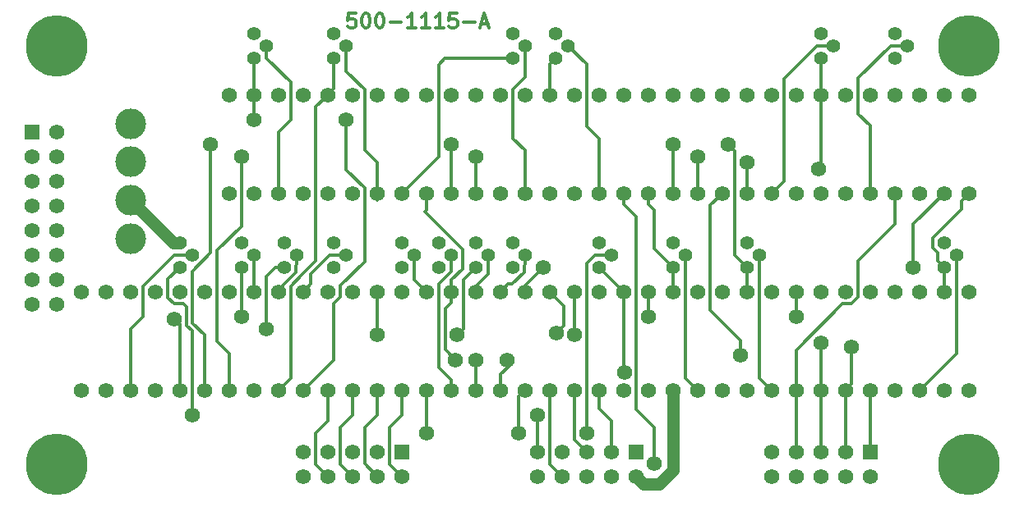
<source format=gbr>
G04 #@! TF.FileFunction,Copper,L1,Top,Signal*
%FSLAX46Y46*%
G04 Gerber Fmt 4.6, Leading zero omitted, Abs format (unit mm)*
G04 Created by KiCad (PCBNEW 4.0.5) date 02/09/17 20:21:43*
%MOMM*%
%LPD*%
G01*
G04 APERTURE LIST*
%ADD10C,0.100000*%
%ADD11C,0.300000*%
%ADD12C,1.574800*%
%ADD13R,1.574800X1.574800*%
%ADD14C,1.397000*%
%ADD15C,3.175000*%
%ADD16C,6.350000*%
%ADD17C,0.304800*%
%ADD18C,1.270000*%
G04 APERTURE END LIST*
D10*
D11*
X93012431Y-99521271D02*
X92298145Y-99521271D01*
X92226716Y-100235557D01*
X92298145Y-100164129D01*
X92441002Y-100092700D01*
X92798145Y-100092700D01*
X92941002Y-100164129D01*
X93012431Y-100235557D01*
X93083859Y-100378414D01*
X93083859Y-100735557D01*
X93012431Y-100878414D01*
X92941002Y-100949843D01*
X92798145Y-101021271D01*
X92441002Y-101021271D01*
X92298145Y-100949843D01*
X92226716Y-100878414D01*
X94012430Y-99521271D02*
X94155287Y-99521271D01*
X94298144Y-99592700D01*
X94369573Y-99664129D01*
X94441002Y-99806986D01*
X94512430Y-100092700D01*
X94512430Y-100449843D01*
X94441002Y-100735557D01*
X94369573Y-100878414D01*
X94298144Y-100949843D01*
X94155287Y-101021271D01*
X94012430Y-101021271D01*
X93869573Y-100949843D01*
X93798144Y-100878414D01*
X93726716Y-100735557D01*
X93655287Y-100449843D01*
X93655287Y-100092700D01*
X93726716Y-99806986D01*
X93798144Y-99664129D01*
X93869573Y-99592700D01*
X94012430Y-99521271D01*
X95441001Y-99521271D02*
X95583858Y-99521271D01*
X95726715Y-99592700D01*
X95798144Y-99664129D01*
X95869573Y-99806986D01*
X95941001Y-100092700D01*
X95941001Y-100449843D01*
X95869573Y-100735557D01*
X95798144Y-100878414D01*
X95726715Y-100949843D01*
X95583858Y-101021271D01*
X95441001Y-101021271D01*
X95298144Y-100949843D01*
X95226715Y-100878414D01*
X95155287Y-100735557D01*
X95083858Y-100449843D01*
X95083858Y-100092700D01*
X95155287Y-99806986D01*
X95226715Y-99664129D01*
X95298144Y-99592700D01*
X95441001Y-99521271D01*
X96583858Y-100449843D02*
X97726715Y-100449843D01*
X99226715Y-101021271D02*
X98369572Y-101021271D01*
X98798144Y-101021271D02*
X98798144Y-99521271D01*
X98655287Y-99735557D01*
X98512429Y-99878414D01*
X98369572Y-99949843D01*
X100655286Y-101021271D02*
X99798143Y-101021271D01*
X100226715Y-101021271D02*
X100226715Y-99521271D01*
X100083858Y-99735557D01*
X99941000Y-99878414D01*
X99798143Y-99949843D01*
X102083857Y-101021271D02*
X101226714Y-101021271D01*
X101655286Y-101021271D02*
X101655286Y-99521271D01*
X101512429Y-99735557D01*
X101369571Y-99878414D01*
X101226714Y-99949843D01*
X103441000Y-99521271D02*
X102726714Y-99521271D01*
X102655285Y-100235557D01*
X102726714Y-100164129D01*
X102869571Y-100092700D01*
X103226714Y-100092700D01*
X103369571Y-100164129D01*
X103441000Y-100235557D01*
X103512428Y-100378414D01*
X103512428Y-100735557D01*
X103441000Y-100878414D01*
X103369571Y-100949843D01*
X103226714Y-101021271D01*
X102869571Y-101021271D01*
X102726714Y-100949843D01*
X102655285Y-100878414D01*
X104155285Y-100449843D02*
X105298142Y-100449843D01*
X105940999Y-100592700D02*
X106655285Y-100592700D01*
X105798142Y-101021271D02*
X106298142Y-99521271D01*
X106798142Y-101021271D01*
D12*
X138430000Y-138430000D03*
X138430000Y-128270000D03*
X140970000Y-138430000D03*
X140970000Y-128270000D03*
X146050000Y-138430000D03*
X146050000Y-128270000D03*
X143510000Y-138430000D03*
X143510000Y-128270000D03*
X110490000Y-138430000D03*
X110490000Y-128270000D03*
X128270000Y-138430000D03*
X128270000Y-128270000D03*
X151130000Y-138430000D03*
X151130000Y-128270000D03*
X135890000Y-138430000D03*
X135890000Y-128270000D03*
X128270000Y-118110000D03*
X128270000Y-107950000D03*
X125730000Y-118110000D03*
X125730000Y-107950000D03*
X123190000Y-118110000D03*
X123190000Y-107950000D03*
X120650000Y-118110000D03*
X120650000Y-107950000D03*
X156210000Y-118110000D03*
X156210000Y-107950000D03*
X153670000Y-118110000D03*
X153670000Y-107950000D03*
X151130000Y-118110000D03*
X151130000Y-107950000D03*
X148590000Y-118110000D03*
X148590000Y-107950000D03*
X118110000Y-118110000D03*
X118110000Y-107950000D03*
X146050000Y-118110000D03*
X146050000Y-107950000D03*
X110490000Y-118110000D03*
X110490000Y-107950000D03*
X135890000Y-118110000D03*
X135890000Y-107950000D03*
X105410000Y-118110000D03*
X105410000Y-107950000D03*
X102870000Y-118110000D03*
X102870000Y-107950000D03*
X100330000Y-118110000D03*
X100330000Y-107950000D03*
X133350000Y-118110000D03*
X133350000Y-107950000D03*
X130810000Y-118110000D03*
X130810000Y-107950000D03*
X80010000Y-138430000D03*
X80010000Y-128270000D03*
X77470000Y-138430000D03*
X77470000Y-128270000D03*
X74930000Y-138430000D03*
X74930000Y-128270000D03*
X72390000Y-138430000D03*
X72390000Y-128270000D03*
X69850000Y-138430000D03*
X69850000Y-128270000D03*
X97790000Y-118110000D03*
X97790000Y-107950000D03*
X87630000Y-118110000D03*
X87630000Y-107950000D03*
X95250000Y-118110000D03*
X95250000Y-107950000D03*
X85090000Y-118110000D03*
X85090000Y-107950000D03*
D13*
X146050000Y-144780000D03*
D12*
X146050000Y-147320000D03*
X143510000Y-144780000D03*
X143510000Y-147320000D03*
X140970000Y-144780000D03*
X140970000Y-147320000D03*
X138430000Y-144780000D03*
X138430000Y-147320000D03*
X135890000Y-144780000D03*
X135890000Y-147320000D03*
D13*
X97790000Y-144780000D03*
D12*
X97790000Y-147320000D03*
X95250000Y-144780000D03*
X95250000Y-147320000D03*
X92710000Y-144780000D03*
X92710000Y-147320000D03*
X90170000Y-144780000D03*
X90170000Y-147320000D03*
X87630000Y-144780000D03*
X87630000Y-147320000D03*
D13*
X121920000Y-144780000D03*
D12*
X121920000Y-147320000D03*
X119380000Y-144780000D03*
X119380000Y-147320000D03*
X116840000Y-144780000D03*
X116840000Y-147320000D03*
X114300000Y-144780000D03*
X114300000Y-147320000D03*
X111760000Y-144780000D03*
X111760000Y-147320000D03*
D14*
X118110000Y-123190000D03*
X119380000Y-124460000D03*
X118110000Y-125730000D03*
X125730000Y-123190000D03*
X127000000Y-124460000D03*
X125730000Y-125730000D03*
X153670000Y-123190000D03*
X154940000Y-124460000D03*
X153670000Y-125730000D03*
X133350000Y-123190000D03*
X134620000Y-124460000D03*
X133350000Y-125730000D03*
X113665000Y-101600000D03*
X114935000Y-102870000D03*
X113665000Y-104140000D03*
X148590000Y-101600000D03*
X149860000Y-102870000D03*
X148590000Y-104140000D03*
X109220000Y-101600000D03*
X110490000Y-102870000D03*
X109220000Y-104140000D03*
X140970000Y-101600000D03*
X142240000Y-102870000D03*
X140970000Y-104140000D03*
X74930000Y-123190000D03*
X76200000Y-124460000D03*
X74930000Y-125730000D03*
X90805000Y-101600000D03*
X92075000Y-102870000D03*
X90805000Y-104140000D03*
X82550000Y-101600000D03*
X83820000Y-102870000D03*
X82550000Y-104140000D03*
X97790000Y-123190000D03*
X99060000Y-124460000D03*
X97790000Y-125730000D03*
X101600000Y-123190000D03*
X102870000Y-124460000D03*
X101600000Y-125730000D03*
X105410000Y-123190000D03*
X106680000Y-124460000D03*
X105410000Y-125730000D03*
X109220000Y-123190000D03*
X110490000Y-124460000D03*
X109220000Y-125730000D03*
X90805000Y-123190000D03*
X92075000Y-124460000D03*
X90805000Y-125730000D03*
X85725000Y-123190000D03*
X86995000Y-124460000D03*
X85725000Y-125730000D03*
X81280000Y-123190000D03*
X82550000Y-124460000D03*
X81280000Y-125730000D03*
D12*
X123190000Y-138430000D03*
X123190000Y-128270000D03*
X130810000Y-138430000D03*
X130810000Y-128270000D03*
X148590000Y-138430000D03*
X148590000Y-128270000D03*
X156210000Y-138430000D03*
X156210000Y-128270000D03*
X120650000Y-138430000D03*
X120650000Y-128270000D03*
X125730000Y-138430000D03*
X125730000Y-128270000D03*
X153670000Y-138430000D03*
X153670000Y-128270000D03*
X133350000Y-138430000D03*
X133350000Y-128270000D03*
X115570000Y-118110000D03*
X115570000Y-107950000D03*
X143510000Y-118110000D03*
X143510000Y-107950000D03*
X113030000Y-118110000D03*
X113030000Y-107950000D03*
X140970000Y-118110000D03*
X140970000Y-107950000D03*
X107950000Y-118110000D03*
X107950000Y-107950000D03*
X138430000Y-118110000D03*
X138430000Y-107950000D03*
X67310000Y-138430000D03*
X67310000Y-128270000D03*
X92710000Y-118110000D03*
X92710000Y-107950000D03*
X80010000Y-118110000D03*
X80010000Y-107950000D03*
X64770000Y-138430000D03*
X64770000Y-128270000D03*
X90170000Y-118110000D03*
X90170000Y-107950000D03*
X82550000Y-118110000D03*
X82550000Y-107950000D03*
X100330000Y-138430000D03*
X100330000Y-128270000D03*
X102870000Y-128270000D03*
X102870000Y-138430000D03*
X105410000Y-138430000D03*
X105410000Y-128270000D03*
X107950000Y-138430000D03*
X107950000Y-128270000D03*
X90170000Y-128270000D03*
X90170000Y-138430000D03*
X92710000Y-128270000D03*
X92710000Y-138430000D03*
X95250000Y-128270000D03*
X95250000Y-138430000D03*
X97790000Y-128270000D03*
X97790000Y-138430000D03*
X87630000Y-138430000D03*
X87630000Y-128270000D03*
X85090000Y-138430000D03*
X85090000Y-128270000D03*
X82550000Y-138430000D03*
X82550000Y-128270000D03*
X118110000Y-128270000D03*
X118110000Y-138430000D03*
X115570000Y-128270000D03*
X115570000Y-138430000D03*
X113030000Y-128270000D03*
X113030000Y-138430000D03*
D15*
X69850000Y-122783600D03*
X69850000Y-118821200D03*
X69850000Y-114858800D03*
X69850000Y-110896400D03*
D13*
X59690000Y-111760000D03*
D12*
X62230000Y-111760000D03*
X59690000Y-114300000D03*
X62230000Y-114300000D03*
X59690000Y-116840000D03*
X62230000Y-116840000D03*
X59690000Y-119380000D03*
X62230000Y-119380000D03*
X59690000Y-121920000D03*
X62230000Y-121920000D03*
X59690000Y-124460000D03*
X62230000Y-124460000D03*
X59690000Y-127000000D03*
X62230000Y-127000000D03*
X59690000Y-129540000D03*
X62230000Y-129540000D03*
D16*
X156210000Y-146050000D03*
X156210000Y-102870000D03*
X62230000Y-146050000D03*
X62230000Y-102870000D03*
D12*
X123825000Y-146024601D03*
X100330000Y-142875000D03*
X112395000Y-125730000D03*
X123190000Y-130810000D03*
X138430000Y-130810000D03*
X140970000Y-133578569D03*
X103291421Y-135280390D03*
X108658245Y-135280390D03*
X132715000Y-134823179D03*
X105450877Y-135280390D03*
X144145000Y-133985000D03*
X109855000Y-142875000D03*
X116840000Y-142875000D03*
X133350000Y-114935000D03*
X128270000Y-114300000D03*
X81280000Y-114300000D03*
X105410000Y-114300000D03*
X131445000Y-113030000D03*
X150495000Y-125730000D03*
X125730000Y-113030000D03*
X78105000Y-113030000D03*
X102870000Y-113030000D03*
X74371178Y-131059199D03*
X120700797Y-136551075D03*
X140692650Y-115620785D03*
X82550000Y-110490000D03*
X92075000Y-110490000D03*
X76200000Y-140970000D03*
X111760000Y-140970000D03*
X95250000Y-132715000D03*
X103505000Y-132715000D03*
X115570000Y-132715000D03*
X83820000Y-132080000D03*
X113701307Y-132512760D03*
X81280000Y-130810000D03*
D17*
X121945399Y-140360399D02*
X123825000Y-142240000D01*
X123825000Y-142240000D02*
X123825000Y-146024601D01*
X121945399Y-120518950D02*
X121945399Y-140360399D01*
X120650000Y-118110000D02*
X120650000Y-119223551D01*
X120650000Y-119223551D02*
X121945399Y-120518950D01*
X100330000Y-142875000D02*
X100330000Y-138430000D01*
X138430000Y-138430000D02*
X138430000Y-134276570D01*
X138430000Y-134276570D02*
X143191969Y-129514601D01*
X143191969Y-129514601D02*
X144107409Y-129514601D01*
X144107409Y-129514601D02*
X144805399Y-128816611D01*
X144805399Y-128816611D02*
X144805399Y-125069601D01*
X144805399Y-125069601D02*
X148590000Y-121285000D01*
X148590000Y-121285000D02*
X148590000Y-118110000D01*
X138430000Y-144780000D02*
X138430000Y-138430000D01*
X112395000Y-125730000D02*
X110490000Y-127635000D01*
X110490000Y-127635000D02*
X110490000Y-128270000D01*
X123190000Y-130810000D02*
X123190000Y-128270000D01*
X138430000Y-128270000D02*
X138430000Y-130810000D01*
X102870000Y-129383551D02*
X102260398Y-129993153D01*
X102504022Y-134492991D02*
X103291421Y-135280390D01*
X102260398Y-134249367D02*
X102504022Y-134492991D01*
X102870000Y-128270000D02*
X102870000Y-129383551D01*
X102260398Y-129993153D02*
X102260398Y-134249367D01*
X140970000Y-138430000D02*
X140970000Y-133578569D01*
X100135438Y-120015000D02*
X100330000Y-119820438D01*
X100330000Y-119820438D02*
X100330000Y-118110000D01*
X102870000Y-127032558D02*
X104025701Y-125876857D01*
X104025701Y-123905263D02*
X100135438Y-120015000D01*
X102870000Y-128270000D02*
X102870000Y-127032558D01*
X104025701Y-125876857D02*
X104025701Y-123905263D01*
X140970000Y-144780000D02*
X140970000Y-138430000D01*
X107950000Y-138430000D02*
X107950000Y-136771383D01*
X108761962Y-135959421D02*
X108658245Y-135855704D01*
X108658245Y-135855704D02*
X108658245Y-135280390D01*
X107950000Y-136771383D02*
X108761962Y-135959421D01*
X146050000Y-144780000D02*
X146050000Y-138430000D01*
X129565399Y-130149601D02*
X132715000Y-133299202D01*
X132715000Y-133299202D02*
X132715000Y-134823179D01*
X130810000Y-118110000D02*
X129565399Y-119354601D01*
X129565399Y-119354601D02*
X129565399Y-130149601D01*
X105410000Y-135321267D02*
X105450877Y-135280390D01*
X105410000Y-138430000D02*
X105410000Y-135321267D01*
X144145000Y-133985000D02*
X144145000Y-137795000D01*
X144145000Y-137795000D02*
X143510000Y-138430000D01*
X143510000Y-144780000D02*
X143510000Y-138430000D01*
X109855000Y-142875000D02*
X109855000Y-139065000D01*
X109855000Y-139065000D02*
X110490000Y-138430000D01*
X116840000Y-125289562D02*
X116840000Y-142875000D01*
X119380000Y-124460000D02*
X117669562Y-124460000D01*
X117669562Y-124460000D02*
X116840000Y-125289562D01*
X127000000Y-124460000D02*
X127000000Y-137160000D01*
X127000000Y-137160000D02*
X128270000Y-138430000D01*
X154940000Y-134620000D02*
X154940000Y-124460000D01*
X151130000Y-138430000D02*
X154940000Y-134620000D01*
X134620000Y-137160000D02*
X134620000Y-124460000D01*
X135890000Y-138430000D02*
X134620000Y-137160000D01*
X152971501Y-124201939D02*
X152971501Y-125031501D01*
X152514299Y-123744737D02*
X152971501Y-124201939D01*
X152514299Y-122667821D02*
X152514299Y-123744737D01*
X155422601Y-118897399D02*
X155422601Y-119759519D01*
X155422601Y-119759519D02*
X152514299Y-122667821D01*
X152971501Y-125031501D02*
X153670000Y-125730000D01*
X156210000Y-118110000D02*
X155422601Y-118897399D01*
X133350000Y-118110000D02*
X133350000Y-114935000D01*
X128270000Y-118110000D02*
X128270000Y-114300000D01*
X78765399Y-133375399D02*
X80010000Y-134620000D01*
X80010000Y-134620000D02*
X80010000Y-138430000D01*
X81280000Y-114300000D02*
X81280000Y-121479562D01*
X81280000Y-121479562D02*
X78765399Y-123994163D01*
X78765399Y-123994163D02*
X78765399Y-133375399D01*
X105410000Y-118110000D02*
X105410000Y-114300000D01*
X153670000Y-128270000D02*
X153670000Y-125730000D01*
X133350000Y-125730000D02*
X132105399Y-124485399D01*
X132105399Y-124485399D02*
X132105399Y-113690399D01*
X132105399Y-113690399D02*
X131445000Y-113030000D01*
X150495000Y-121285000D02*
X150495000Y-125730000D01*
X153670000Y-118110000D02*
X150495000Y-121285000D01*
X133350000Y-128270000D02*
X133350000Y-125730000D01*
X125730000Y-118110000D02*
X125730000Y-113030000D01*
X76225399Y-131470399D02*
X77470000Y-132715000D01*
X77470000Y-132715000D02*
X77470000Y-138430000D01*
X78105000Y-113030000D02*
X78105000Y-124265438D01*
X78105000Y-124265438D02*
X76225399Y-126145039D01*
X76225399Y-126145039D02*
X76225399Y-131470399D01*
X102870000Y-118110000D02*
X102870000Y-113030000D01*
X74930000Y-138430000D02*
X74930000Y-131618021D01*
X74930000Y-131618021D02*
X74371178Y-131059199D01*
X123825000Y-119858551D02*
X123825000Y-123825000D01*
X123825000Y-123825000D02*
X125730000Y-125730000D01*
X123190000Y-118110000D02*
X123190000Y-119223551D01*
X123190000Y-119223551D02*
X123825000Y-119858551D01*
X125730000Y-128270000D02*
X125730000Y-125730000D01*
X116814601Y-111150399D02*
X118110000Y-112445798D01*
X118110000Y-112445798D02*
X118110000Y-118110000D01*
X114935000Y-102870000D02*
X116814601Y-104749601D01*
X116814601Y-104749601D02*
X116814601Y-111150399D01*
X146050000Y-111125000D02*
X146050000Y-118110000D01*
X144805399Y-109880399D02*
X146050000Y-111125000D01*
X148149562Y-102870000D02*
X144805399Y-106214163D01*
X144805399Y-106214163D02*
X144805399Y-109880399D01*
X149860000Y-102870000D02*
X148149562Y-102870000D01*
X110490000Y-102870000D02*
X110490000Y-106107990D01*
X110490000Y-106107990D02*
X109245399Y-107352591D01*
X109245399Y-112420399D02*
X110490000Y-113665000D01*
X109245399Y-107352591D02*
X109245399Y-112420399D01*
X110490000Y-113665000D02*
X110490000Y-118110000D01*
X142240000Y-102870000D02*
X140529562Y-102870000D01*
X140529562Y-102870000D02*
X137160000Y-106239562D01*
X137160000Y-116840000D02*
X135890000Y-118110000D01*
X137160000Y-106239562D02*
X137160000Y-116840000D01*
X120650000Y-136500278D02*
X120700797Y-136551075D01*
X120650000Y-128270000D02*
X120650000Y-136500278D01*
X118110000Y-125730000D02*
X120650000Y-128270000D01*
X69850000Y-132080000D02*
X69850000Y-138430000D01*
X71094601Y-130835399D02*
X69850000Y-132080000D01*
X76200000Y-124460000D02*
X74357990Y-124460000D01*
X74357990Y-124460000D02*
X71094601Y-127723389D01*
X71094601Y-127723389D02*
X71094601Y-130835399D01*
X102235000Y-104140000D02*
X109220000Y-104140000D01*
X101574601Y-104800399D02*
X102235000Y-104140000D01*
X97790000Y-118110000D02*
X101574601Y-114325399D01*
X101574601Y-114325399D02*
X101574601Y-104800399D01*
X113030000Y-107950000D02*
X113030000Y-104775000D01*
X113030000Y-104775000D02*
X113665000Y-104140000D01*
X140970000Y-107950000D02*
X140970000Y-115343435D01*
X140970000Y-115343435D02*
X140692650Y-115620785D01*
X140970000Y-107950000D02*
X140970000Y-104140000D01*
X92075000Y-102870000D02*
X92075000Y-105472990D01*
X93980000Y-113665000D02*
X95250000Y-114935000D01*
X92075000Y-105472990D02*
X93980000Y-107377990D01*
X93980000Y-107377990D02*
X93980000Y-113665000D01*
X95250000Y-114935000D02*
X95250000Y-118807990D01*
X95250000Y-118807990D02*
X95250000Y-118110000D01*
X86334601Y-110515399D02*
X85090000Y-111760000D01*
X85090000Y-111760000D02*
X85090000Y-118110000D01*
X83820000Y-104140000D02*
X86334601Y-106654601D01*
X86334601Y-106654601D02*
X86334601Y-110515399D01*
X83820000Y-102870000D02*
X83820000Y-104140000D01*
D18*
X125730000Y-146675861D02*
X125730000Y-138430000D01*
X124298462Y-148107399D02*
X125730000Y-146675861D01*
X122707399Y-148107399D02*
X124298462Y-148107399D01*
X121920000Y-147320000D02*
X122707399Y-148107399D01*
D17*
X90170000Y-141605000D02*
X90170000Y-138430000D01*
X88900000Y-142875000D02*
X90170000Y-141605000D01*
X88900000Y-146050000D02*
X88900000Y-142875000D01*
X90170000Y-147320000D02*
X88900000Y-146050000D01*
X92710000Y-147320000D02*
X91440000Y-146050000D01*
X91440000Y-146050000D02*
X91440000Y-142240000D01*
X91440000Y-142240000D02*
X92710000Y-140970000D01*
X92710000Y-140970000D02*
X92710000Y-138430000D01*
X95250000Y-147320000D02*
X93954601Y-146024601D01*
X93954601Y-146024601D02*
X93954601Y-142265399D01*
X93954601Y-142265399D02*
X95250000Y-140970000D01*
X95250000Y-140970000D02*
X95250000Y-138430000D01*
X97790000Y-147320000D02*
X96520000Y-146050000D01*
X96520000Y-146050000D02*
X96520000Y-142240000D01*
X96520000Y-142240000D02*
X97790000Y-140970000D01*
X97790000Y-140970000D02*
X97790000Y-138430000D01*
X82550000Y-110490000D02*
X82550000Y-107950000D01*
X91465399Y-127609601D02*
X93954601Y-125120399D01*
X93954601Y-125120399D02*
X93954601Y-117512591D01*
X93954601Y-117512591D02*
X92075000Y-115632990D01*
X92075000Y-115632990D02*
X92075000Y-110490000D01*
X91465399Y-128816611D02*
X91465399Y-127609601D01*
X90767409Y-129514601D02*
X91465399Y-128816611D01*
X87630000Y-138430000D02*
X90767409Y-135292591D01*
X90767409Y-135292591D02*
X90767409Y-129514601D01*
X82550000Y-104140000D02*
X82550000Y-107950000D01*
X119380000Y-144780000D02*
X119380000Y-141605000D01*
X119380000Y-141605000D02*
X118110000Y-140335000D01*
X118110000Y-140335000D02*
X118110000Y-138430000D01*
X86360000Y-137160000D02*
X85090000Y-138430000D01*
X86360000Y-127667558D02*
X86360000Y-137160000D01*
X88925399Y-125037045D02*
X87490312Y-126472132D01*
X88925399Y-109194601D02*
X88925399Y-125037045D01*
X90170000Y-107950000D02*
X88925399Y-109194601D01*
X87490311Y-126537247D02*
X86360000Y-127667558D01*
X87490312Y-126472132D02*
X87490311Y-126537247D01*
X115570000Y-143510000D02*
X115570000Y-138430000D01*
X116840000Y-144780000D02*
X115570000Y-143510000D01*
X90805000Y-104140000D02*
X90805000Y-107315000D01*
X90805000Y-107315000D02*
X90170000Y-107950000D01*
X114300000Y-147320000D02*
X113030000Y-146050000D01*
X113030000Y-146050000D02*
X113030000Y-138430000D01*
X76200000Y-132307120D02*
X76200000Y-140970000D01*
X75312481Y-129514601D02*
X75615788Y-129817908D01*
X75615789Y-131722909D02*
X76200000Y-132307120D01*
X75615788Y-129817908D02*
X75615789Y-131722909D01*
X74332591Y-129514601D02*
X75312481Y-129514601D01*
X73685399Y-128867409D02*
X74332591Y-129514601D01*
X73685399Y-126974601D02*
X73685399Y-128867409D01*
X74930000Y-125730000D02*
X73685399Y-126974601D01*
X111760000Y-144780000D02*
X111760000Y-140970000D01*
D18*
X74930000Y-123190000D02*
X74218800Y-123190000D01*
X74218800Y-123190000D02*
X69850000Y-118821200D01*
D17*
X99060000Y-124460000D02*
X99060000Y-127000000D01*
X99060000Y-127000000D02*
X100330000Y-128270000D01*
X102870000Y-138430000D02*
X102870000Y-137316449D01*
X102870000Y-137316449D02*
X101625399Y-136071848D01*
X101625399Y-136071848D02*
X101625399Y-127415039D01*
X101625399Y-127415039D02*
X102870000Y-126170438D01*
X102870000Y-126170438D02*
X102870000Y-124460000D01*
X105410000Y-127690052D02*
X105410000Y-128270000D01*
X106680000Y-126420052D02*
X105410000Y-127690052D01*
X106680000Y-124460000D02*
X106680000Y-126420052D01*
X95250000Y-132715000D02*
X95250000Y-128270000D01*
X104140000Y-132080000D02*
X103505000Y-132715000D01*
X104140000Y-127000000D02*
X104140000Y-132080000D01*
X105410000Y-125730000D02*
X104140000Y-127000000D01*
X108737399Y-127482601D02*
X107950000Y-128270000D01*
X110375701Y-126284737D02*
X109177837Y-127482601D01*
X110375701Y-125562127D02*
X110375701Y-126284737D01*
X110490000Y-125447828D02*
X110375701Y-125562127D01*
X110490000Y-124460000D02*
X110490000Y-125447828D01*
X109177837Y-127482601D02*
X108737399Y-127482601D01*
X92075000Y-124460000D02*
X90364562Y-124460000D01*
X90364562Y-124460000D02*
X88417399Y-126407163D01*
X88417399Y-126407163D02*
X88417399Y-127482601D01*
X88417399Y-127482601D02*
X87630000Y-128270000D01*
X86995000Y-125447828D02*
X86880701Y-125562127D01*
X86880701Y-125562127D02*
X86880701Y-126284737D01*
X85090000Y-128075438D02*
X85090000Y-128270000D01*
X86995000Y-124460000D02*
X86995000Y-125447828D01*
X86880701Y-126284737D02*
X85090000Y-128075438D01*
X115570000Y-132715000D02*
X115570000Y-128270000D01*
X83820000Y-126647172D02*
X83820000Y-132080000D01*
X85725000Y-125730000D02*
X84737172Y-125730000D01*
X84737172Y-125730000D02*
X83820000Y-126647172D01*
X82550000Y-124460000D02*
X82550000Y-128270000D01*
X113030000Y-128270000D02*
X114488706Y-129728706D01*
X114488706Y-131725361D02*
X113701307Y-132512760D01*
X114488706Y-129728706D02*
X114488706Y-131725361D01*
X81280000Y-125730000D02*
X81280000Y-130810000D01*
M02*

</source>
